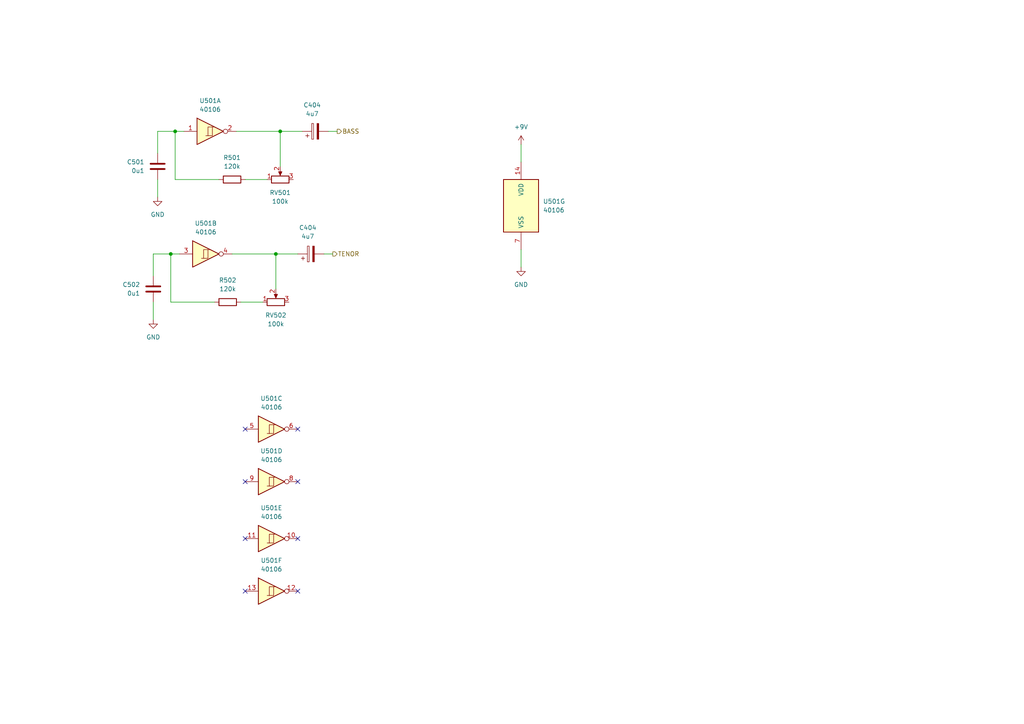
<source format=kicad_sch>
(kicad_sch (version 20230121) (generator eeschema)
  (paper "A4")
  (lib_symbols
    (symbol "4xxx:40106" (pin_names (offset 1.016))
      (property "Reference" "U" (at 0 1.27 0))
      (property "Value" "40106" (at 0 -1.27 0))
      (symbol "40106_1_0"
        (polyline (pts (xy -0.635 -1.27) (xy -0.635 1.27) (xy 0.635 1.27)))
        (polyline (pts (xy -3.81 3.81) (xy -3.81 -3.81) (xy 3.81 0) (xy -3.81 3.81)) (stroke (width 0.254)) (fill (type background)))
        (polyline (pts (xy -1.27 -1.27) (xy 0.635 -1.27) (xy 0.635 1.27) (xy 1.27 1.27)))
        (pin input line (at -7.62 0 0) (length 3.81) (name "~") (number "1"))
        (pin output inverted (at 7.62 0 180) (length 3.81) (name "~") (number "2"))
      )
      (symbol "40106_2_0"
        (polyline (pts (xy -0.635 -1.27) (xy -0.635 1.27) (xy 0.635 1.27)))
        (polyline (pts (xy -3.81 3.81) (xy -3.81 -3.81) (xy 3.81 0) (xy -3.81 3.81)) (stroke (width 0.254)) (fill (type background)))
        (polyline (pts (xy -1.27 -1.27) (xy 0.635 -1.27) (xy 0.635 1.27) (xy 1.27 1.27)))
        (pin input line (at -7.62 0 0) (length 3.81) (name "~") (number "3"))
        (pin output inverted (at 7.62 0 180) (length 3.81) (name "~") (number "4"))
      )
      (symbol "40106_3_0"
        (polyline (pts (xy -0.635 -1.27) (xy -0.635 1.27) (xy 0.635 1.27)))
        (polyline (pts (xy -3.81 3.81) (xy -3.81 -3.81) (xy 3.81 0) (xy -3.81 3.81)) (stroke (width 0.254)) (fill (type background)))
        (polyline (pts (xy -1.27 -1.27) (xy 0.635 -1.27) (xy 0.635 1.27) (xy 1.27 1.27)))
        (pin input line (at -7.62 0 0) (length 3.81) (name "~") (number "5"))
        (pin output inverted (at 7.62 0 180) (length 3.81) (name "~") (number "6"))
      )
      (symbol "40106_4_0"
        (polyline (pts (xy -0.635 -1.27) (xy -0.635 1.27) (xy 0.635 1.27)))
        (polyline (pts (xy -3.81 3.81) (xy -3.81 -3.81) (xy 3.81 0) (xy -3.81 3.81)) (stroke (width 0.254)) (fill (type background)))
        (polyline (pts (xy -1.27 -1.27) (xy 0.635 -1.27) (xy 0.635 1.27) (xy 1.27 1.27)))
        (pin output inverted (at 7.62 0 180) (length 3.81) (name "~") (number "8"))
        (pin input line (at -7.62 0 0) (length 3.81) (name "~") (number "9"))
      )
      (symbol "40106_5_0"
        (polyline (pts (xy -0.635 -1.27) (xy -0.635 1.27) (xy 0.635 1.27)))
        (polyline (pts (xy -3.81 3.81) (xy -3.81 -3.81) (xy 3.81 0) (xy -3.81 3.81)) (stroke (width 0.254)) (fill (type background)))
        (polyline (pts (xy -1.27 -1.27) (xy 0.635 -1.27) (xy 0.635 1.27) (xy 1.27 1.27)))
        (pin output inverted (at 7.62 0 180) (length 3.81) (name "~") (number "10"))
        (pin input line (at -7.62 0 0) (length 3.81) (name "~") (number "11"))
      )
      (symbol "40106_6_0"
        (polyline (pts (xy -0.635 -1.27) (xy -0.635 1.27) (xy 0.635 1.27)))
        (polyline (pts (xy -3.81 3.81) (xy -3.81 -3.81) (xy 3.81 0) (xy -3.81 3.81)) (stroke (width 0.254)) (fill (type background)))
        (polyline (pts (xy -1.27 -1.27) (xy 0.635 -1.27) (xy 0.635 1.27) (xy 1.27 1.27)))
        (pin output inverted (at 7.62 0 180) (length 3.81) (name "~") (number "12"))
        (pin input line (at -7.62 0 0) (length 3.81) (name "~") (number "13"))
      )
      (symbol "40106_7_0"
        (pin power_in line (at 0 12.7 270) (length 5.08) (name "VDD") (number "14"))
        (pin power_in line (at 0 -12.7 90) (length 5.08) (name "VSS") (number "7"))
      )
      (symbol "40106_7_1"
        (rectangle (start -5.08 7.62) (end 5.08 -7.62) (stroke (width 0.254)) (fill (type background)))
      )
    )
    (symbol "Device:C" (pin_numbers hide) (pin_names (offset 0.254))
      (property "Reference" "C" (at 0.635 2.54 0))
      (property "Value" "C" (at 0.635 -2.54 0))
      (symbol "C_0_1"
        (polyline (pts (xy -2.032 -0.762) (xy 2.032 -0.762)) (stroke (width 0.508)))
        (polyline (pts (xy -2.032 0.762) (xy 2.032 0.762)) (stroke (width 0.508)))
      )
      (symbol "C_1_1"
        (pin passive line (at 0 3.81 270) (length 2.794) (name "~") (number "1"))
        (pin passive line (at 0 -3.81 90) (length 2.794) (name "~") (number "2"))
      )
    )
    (symbol "Device:C_Polarized" (pin_numbers hide) (pin_names (offset 0.254))
      (property "Reference" "C" (at 0.635 2.54 0))
      (property "Value" "C_Polarized" (at 0.635 -2.54 0))
      (symbol "C_Polarized_0_1"
        (rectangle (start -2.286 0.508) (end 2.286 1.016))
        (polyline (pts (xy -1.778 2.286) (xy -0.762 2.286)))
        (polyline (pts (xy -1.27 2.794) (xy -1.27 1.778)))
        (rectangle (start 2.286 -0.508) (end -2.286 -1.016) (fill (type outline)))
      )
      (symbol "C_Polarized_1_1"
        (pin passive line (at 0 3.81 270) (length 2.794) (name "~") (number "1"))
        (pin passive line (at 0 -3.81 90) (length 2.794) (name "~") (number "2"))
      )
    )
    (symbol "Device:R" (pin_numbers hide) (pin_names (offset 0))
      (property "Reference" "R" (at 2.032 0 90))
      (property "Value" "R" (at 0 0 90))
      (symbol "R_0_1"
        (rectangle (start -1.016 -2.54) (end 1.016 2.54) (stroke (width 0.254)))
      )
      (symbol "R_1_1"
        (pin passive line (at 0 3.81 270) (length 1.27) (name "~") (number "1"))
        (pin passive line (at 0 -3.81 90) (length 1.27) (name "~") (number "2"))
      )
    )
    (symbol "Device:R_Potentiometer" (pin_names (offset 1.016) hide)
      (property "Reference" "RV" (at -4.445 0 90))
      (property "Value" "R_Potentiometer" (at -2.54 0 90))
      (symbol "R_Potentiometer_0_1"
        (polyline (pts (xy 2.54 0) (xy 1.524 0)))
        (polyline (pts (xy 1.143 0) (xy 2.286 0.508) (xy 2.286 -0.508) (xy 1.143 0)) (fill (type outline)))
        (rectangle (start 1.016 2.54) (end -1.016 -2.54) (stroke (width 0.254)))
      )
      (symbol "R_Potentiometer_1_1"
        (pin passive line (at 0 3.81 270) (length 1.27) (name "1") (number "1"))
        (pin passive line (at 3.81 0 180) (length 1.27) (name "2") (number "2"))
        (pin passive line (at 0 -3.81 90) (length 1.27) (name "3") (number "3"))
      )
    )
    (symbol "power:+9V" (power) (pin_names (offset 0))
      (property "Value" "+9V" (at 0 3.556 0))
      (symbol "+9V_0_1"
        (polyline (pts (xy -0.762 1.27) (xy 0 2.54)))
        (polyline (pts (xy 0 0) (xy 0 2.54)))
        (polyline (pts (xy 0 2.54) (xy 0.762 1.27)))
      )
      (symbol "+9V_1_1"
        (pin power_in line (at 0 0 90) (length 0) hide (name "+9V") (number "1"))
      )
    )
    (symbol "power:GND" (power) (pin_names (offset 0))
      (property "Value" "GND" (at 0 -3.81 0))
      (symbol "GND_0_1"
        (polyline (pts (xy 0 0) (xy 0 -1.27) (xy 1.27 -1.27) (xy 0 -2.54) (xy -1.27 -1.27) (xy 0 -1.27)))
      )
      (symbol "GND_1_1"
        (pin power_in line (at 0 0 270) (length 0) hide (name "GND") (number "1"))
      )
    )
  )
  (junction (at 81.28 38.1))
  (junction (at 80.01 73.66))
  (junction (at 50.8 38.1))
  (junction (at 49.53 73.66))
  (no_connect (at 71.12 156.21))
  (no_connect (at 86.36 156.21))
  (no_connect (at 71.12 124.46))
  (no_connect (at 86.36 171.45))
  (no_connect (at 71.12 171.45))
  (no_connect (at 86.36 124.46))
  (no_connect (at 86.36 139.7))
  (no_connect (at 71.12 139.7))
  (wire (pts (xy 81.28 38.1) (xy 87.63 38.1)))
  (wire (pts (xy 50.8 52.07) (xy 50.8 38.1)))
  (wire (pts (xy 151.13 72.39) (xy 151.13 77.47)))
  (wire (pts (xy 80.01 73.66) (xy 80.01 83.82)))
  (wire (pts (xy 62.23 87.63) (xy 49.53 87.63)))
  (wire (pts (xy 49.53 73.66) (xy 44.45 73.66)))
  (wire (pts (xy 151.13 41.91) (xy 151.13 46.99)))
  (wire (pts (xy 45.72 38.1) (xy 45.72 44.45)))
  (wire (pts (xy 63.5 52.07) (xy 50.8 52.07)))
  (wire (pts (xy 53.34 38.1) (xy 50.8 38.1)))
  (wire (pts (xy 67.31 73.66) (xy 80.01 73.66)))
  (wire (pts (xy 44.45 73.66) (xy 44.45 80.01)))
  (wire (pts (xy 81.28 38.1) (xy 81.28 48.26)))
  (wire (pts (xy 50.8 38.1) (xy 45.72 38.1)))
  (wire (pts (xy 69.85 87.63) (xy 76.2 87.63)))
  (wire (pts (xy 93.98 73.66) (xy 96.52 73.66)))
  (wire (pts (xy 44.45 87.63) (xy 44.45 92.71)))
  (wire (pts (xy 71.12 52.07) (xy 77.47 52.07)))
  (wire (pts (xy 80.01 73.66) (xy 86.36 73.66)))
  (wire (pts (xy 49.53 87.63) (xy 49.53 73.66)))
  (wire (pts (xy 45.72 52.07) (xy 45.72 57.15)))
  (wire (pts (xy 52.07 73.66) (xy 49.53 73.66)))
  (wire (pts (xy 68.58 38.1) (xy 81.28 38.1)))
  (wire (pts (xy 95.25 38.1) (xy 97.79 38.1)))
  (hierarchical_label "TENOR" (shape output) (at 96.52 73.66 0))
  (hierarchical_label "BASS" (shape output) (at 97.79 38.1 0))
  (symbol (lib_id "power:GND") (at 151.13 77.47 0) (unit 1)
    (property "Reference" "#PWR0501" (effects hide))
    (property "Value" "GND" (at 151.13 82.55 0))
  )
  (symbol (lib_id "Device:C") (at 45.72 48.26 0) (mirror y) (unit 1)
    (property "Reference" "C501" (at 41.91 46.99 0) (effects (justify left)))
    (property "Value" "0u1" (at 41.91 49.53 0) (effects (justify left)))
    (property "DPN" "399-9877-1-ND" (effects hide))
  )
  (symbol (lib_id "4xxx:40106") (at 78.74 171.45 0) (unit 6)
    (property "Reference" "U501" (at 78.74 162.56 0))
    (property "Value" "40106" (at 78.74 165.1 0))
    (property "Datasheet" "https://assets.nexperia.com/documents/data-sheet/HEF40106B.pdf" (effects hide))
    (property "DPN" "296-3503-5-ND" (effects hide))
  )
  (symbol (lib_id "Device:C_Polarized") (at 91.44 38.1 90) (unit 1)
    (property "Reference" "C404" (at 90.551 30.48 90))
    (property "Value" "4u7" (at 90.551 33.02 90))
    (property "DPN" "399-6584-ND" (effects hide))
    (instances (project "ldr_synth" (path "" (reference "C404") (unit 1)) (path "" (reference "C503") (unit 1))))
  )
  (symbol (lib_id "Device:R_Potentiometer") (at 80.01 87.63 90) (unit 1)
    (property "Reference" "RV502" (at 80.01 91.44 90))
    (property "Value" "100k" (at 80.01 93.98 90))
    (property "DPN" "RNF14FTD100KCT-ND" (effects hide))
  )
  (symbol (lib_id "4xxx:40106") (at 151.13 59.69 0) (unit 7)
    (property "Reference" "U501" (at 157.48 58.42 0) (effects (justify left)))
    (property "Value" "40106" (at 157.48 60.96 0) (effects (justify left)))
    (property "Datasheet" "https://assets.nexperia.com/documents/data-sheet/HEF40106B.pdf" (effects hide))
    (property "DPN" "296-3503-5-ND" (effects hide))
  )
  (symbol (lib_id "4xxx:40106") (at 78.74 156.21 0) (unit 5)
    (property "Reference" "U501" (at 78.74 147.32 0))
    (property "Value" "40106" (at 78.74 149.86 0))
    (property "Datasheet" "https://assets.nexperia.com/documents/data-sheet/HEF40106B.pdf" (effects hide))
    (property "DPN" "296-3503-5-ND" (effects hide))
  )
  (symbol (lib_id "Device:R_Potentiometer") (at 81.28 52.07 90) (unit 1)
    (property "Reference" "RV501" (at 81.28 55.88 90))
    (property "Value" "100k" (at 81.28 58.42 90))
    (property "DPN" "RNF14FTD100KCT-ND" (effects hide))
  )
  (symbol (lib_id "power:GND") (at 44.45 92.71 0) (unit 1)
    (property "Reference" "#PWR0504" (effects hide))
    (property "Value" "GND" (at 44.45 97.79 0))
  )
  (symbol (lib_id "power:+9V") (at 151.13 41.91 0) (unit 1)
    (property "Reference" "#PWR0502" (effects hide))
    (property "Value" "+9V" (at 151.13 36.83 0))
  )
  (symbol (lib_id "Device:C") (at 44.45 83.82 0) (mirror y) (unit 1)
    (property "Reference" "C502" (at 40.64 82.55 0) (effects (justify left)))
    (property "Value" "0u1" (at 40.64 85.09 0) (effects (justify left)))
    (property "DPN" "399-9877-1-ND" (effects hide))
  )
  (symbol (lib_id "4xxx:40106") (at 59.69 73.66 0) (unit 2)
    (property "Reference" "U501" (at 59.69 64.77 0))
    (property "Value" "40106" (at 59.69 67.31 0))
    (property "Datasheet" "https://assets.nexperia.com/documents/data-sheet/HEF40106B.pdf" (effects hide))
    (property "DPN" "296-3503-5-ND" (effects hide))
  )
  (symbol (lib_id "Device:R") (at 67.31 52.07 90) (unit 1)
    (property "Reference" "R501" (at 67.31 45.72 90))
    (property "Value" "120k" (at 67.31 48.26 90))
    (property "DPN" "13-MFR-25FRF52-120KCT-ND" (effects hide))
  )
  (symbol (lib_id "4xxx:40106") (at 78.74 139.7 0) (unit 4)
    (property "Reference" "U501" (at 78.74 130.81 0))
    (property "Value" "40106" (at 78.74 133.35 0))
    (property "Datasheet" "https://assets.nexperia.com/documents/data-sheet/HEF40106B.pdf" (effects hide))
    (property "DPN" "296-3503-5-ND" (effects hide))
  )
  (symbol (lib_id "Device:C_Polarized") (at 90.17 73.66 90) (unit 1)
    (property "Reference" "C404" (at 89.281 66.04 90))
    (property "Value" "4u7" (at 89.281 68.58 90))
    (property "DPN" "399-6584-ND" (effects hide))
    (instances (project "ldr_synth" (path "" (reference "C404") (unit 1)) (path "" (reference "C504") (unit 1))))
  )
  (symbol (lib_id "Device:R") (at 66.04 87.63 90) (unit 1)
    (property "Reference" "R502" (at 66.04 81.28 90))
    (property "Value" "120k" (at 66.04 83.82 90))
    (property "DPN" "13-MFR-25FRF52-120KCT-ND" (effects hide))
  )
  (symbol (lib_id "4xxx:40106") (at 78.74 124.46 0) (unit 3)
    (property "Reference" "U501" (at 78.74 115.57 0))
    (property "Value" "40106" (at 78.74 118.11 0))
    (property "Datasheet" "https://assets.nexperia.com/documents/data-sheet/HEF40106B.pdf" (effects hide))
    (property "DPN" "296-3503-5-ND" (effects hide))
  )
  (symbol (lib_id "4xxx:40106") (at 60.96 38.1 0) (unit 1)
    (property "Reference" "U501" (at 60.96 29.21 0))
    (property "Value" "40106" (at 60.96 31.75 0))
    (property "Datasheet" "https://assets.nexperia.com/documents/data-sheet/HEF40106B.pdf" (effects hide))
    (property "DPN" "296-3503-5-ND" (effects hide))
  )
  (symbol (lib_id "power:GND") (at 45.72 57.15 0) (unit 1)
    (property "Reference" "#PWR0503" (effects hide))
    (property "Value" "GND" (at 45.72 62.23 0))
  )
)
</source>
